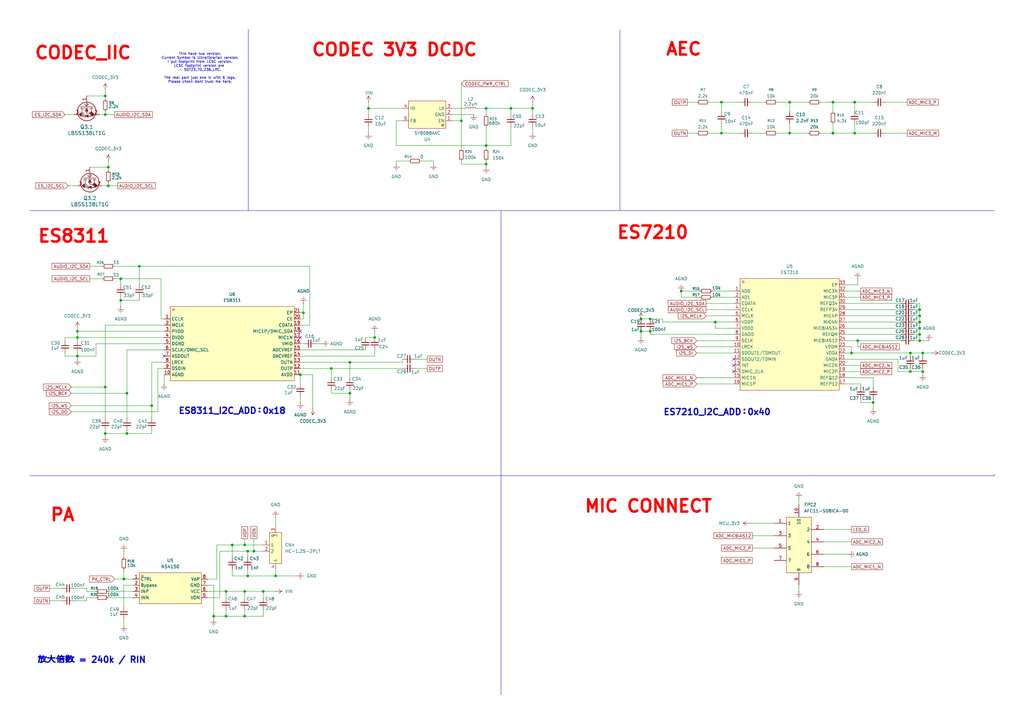
<source format=kicad_sch>
(kicad_sch (version 20250114) (generator "eeschema") (generator_version "9.0")
  (paper "A3")
  (title_block (title "codec"))
  (text "CODEC_IIC" (at 34.036 21.844 0) (effects (font (size 5.08 5.08) (thickness 1.016) (bold yes))))
  (text "放大倍数 = 240k / RIN" (at 37.592 270.764 0) (effects (font (size 2.54 2.54) (thickness 0.508) (bold yes))))
  (text "ES8311" (at 30.226 97.028 0) (effects (font (size 5.08 5.08) (thickness 1.016) (bold yes))))
  (text "ES7210" (at 267.716 95.504 0) (effects (font (size 5.08 5.08) (thickness 1.016) (bold yes))))
  (text "MIC CONNECT" (at 265.938 207.772 0) (effects (font (size 5.08 5.08) (thickness 1.016) (bold yes))))
  (text "PA" (at 25.654 211.328 0) (effects (font (size 5.08 5.08) (thickness 1.016) (bold yes))))
  (text "CODEC 3V3 DCDC" (at 161.798 20.574 0) (effects (font (size 5.08 5.08) (thickness 1.016) (bold yes))))
  (text "This have two version.\nCurrent Symbol is Ultralibrarian version.\nI put footprint from LCSC version.\nLCSC footprint version are \n- SOT23_TO_236_LRC.\n\nThe real part just one ic with 6 legs.\nPlease check dont trust me here." (at 82.042 27.94 0) (effects (font (size 1.016 1.016))))
  (text "ES7210_I2C_ADD：0x40" (at 294.132 169.164 0) (effects (font (size 2.54 2.54) (thickness 0.508) (bold yes))))
  (text "AEC" (at 280.416 20.32 0) (effects (font (size 5.08 5.08) (thickness 1.016) (bold yes))))
  (text "ES8311_I2C_ADD：0x18" (at 95.25 168.656 0) (effects (font (size 2.54 2.54) (thickness 0.508) (bold yes))))
  (junction (at 100.33 252.73))
  (junction (at 43.18 39.37))
  (junction (at 323.85 54.61))
  (junction (at 377.19 129.54))
  (junction (at 350.52 54.61))
  (junction (at 377.19 139.7))
  (junction (at 378.46 144.78))
  (junction (at 95.25 223.52))
  (junction (at 31.75 135.89))
  (junction (at 351.79 139.7))
  (junction (at 52.07 161.29))
  (junction (at 49.53 123.19))
  (junction (at 31.75 138.43))
  (junction (at 151.13 44.45))
  (junction (at 43.18 177.8))
  (junction (at 43.18 158.75))
  (junction (at 189.23 49.53))
  (junction (at 358.14 165.1))
  (junction (at 153.67 138.43))
  (junction (at 262.89 130.81))
  (junction (at 199.39 59.69))
  (junction (at 43.18 46.99))
  (junction (at 107.95 242.57))
  (junction (at 143.51 161.29))
  (junction (at 124.46 128.27))
  (junction (at 341.63 41.91))
  (junction (at 87.63 252.73))
  (junction (at 44.45 68.58))
  (junction (at 113.03 236.22))
  (junction (at 52.07 177.8))
  (junction (at 101.6 236.22))
  (junction (at 323.85 41.91))
  (junction (at 373.38 152.4))
  (junction (at 49.53 114.3))
  (junction (at 378.46 152.4))
  (junction (at 100.33 242.57))
  (junction (at 57.15 109.22))
  (junction (at 377.19 127))
  (junction (at 266.7 130.81))
  (junction (at 44.45 76.2))
  (junction (at 377.19 134.62))
  (junction (at 104.14 226.06))
  (junction (at 199.39 44.45))
  (junction (at 341.63 54.61))
  (junction (at 373.38 144.78))
  (junction (at 349.25 144.78))
  (junction (at 295.91 54.61))
  (junction (at 31.75 146.05))
  (junction (at 123.19 153.67))
  (junction (at 143.51 148.59))
  (junction (at 135.89 151.13))
  (junction (at 350.52 41.91))
  (junction (at 262.89 135.89))
  (junction (at 209.55 44.45))
  (junction (at 266.7 135.89))
  (junction (at 101.6 226.06))
  (junction (at 218.44 44.45))
  (junction (at 377.19 132.08))
  (junction (at 199.39 67.31))
  (junction (at 50.8 237.49))
  (junction (at 92.71 252.73))
  (junction (at 92.71 242.57))
  (junction (at 100.33 223.52))
  (junction (at 279.4 119.38))
  (junction (at 295.91 41.91))
  (junction (at 377.19 137.16))
  (junction (at 62.23 166.37))
  (junction (at 293.37 132.08))
  (no_connect (at 123.19 138.43))
  (no_connect (at 67.31 146.05))
  (no_connect (at 123.19 135.89))
  (no_connect (at 300.99 152.4))
  (no_connect (at 300.99 149.86))
  (no_connect (at 300.99 147.32))
  (wire (pts (xy 123.19 148.59) (xy 143.51 148.59)))
  (wire (pts (xy 195.58 44.45) (xy 199.39 44.45)))
  (wire (pts (xy 20.32 241.3) (xy 25.4 241.3)))
  (wire (pts (xy 199.39 59.69) (xy 209.55 59.69)))
  (wire (pts (xy 289.56 124.46) (xy 300.99 124.46)))
  (wire (pts (xy 46.99 114.3) (xy 49.53 114.3)))
  (wire (pts (xy 346.71 116.84) (xy 351.79 116.84)))
  (wire (pts (xy 31.75 135.89) (xy 31.75 138.43)))
  (wire (pts (xy 143.51 148.59) (xy 143.51 154.94)))
  (wire (pts (xy 90.17 226.06) (xy 101.6 226.06)))
  (wire (pts (xy 143.51 160.02) (xy 143.51 161.29)))
  (wire (pts (xy 26.67 139.7) (xy 26.67 138.43)))
  (wire (pts (xy 88.9 237.49) (xy 88.9 223.52)))
  (wire (pts (xy 300.99 137.16) (xy 266.7 137.16)))
  (wire (pts (xy 350.52 41.91) (xy 341.63 41.91)))
  (wire (pts (xy 189.23 49.53) (xy 189.23 60.96)))
  (wire (pts (xy 50.8 240.03) (xy 50.8 248.92)))
  (wire (pts (xy 135.89 160.02) (xy 135.89 161.29)))
  (wire (pts (xy 218.44 44.45) (xy 218.44 46.99)))
  (wire (pts (xy 373.38 151.13) (xy 373.38 152.4)))
  (wire (pts (xy 128.27 167.64) (xy 128.27 153.67)))
  (wire (pts (xy 95.25 223.52) (xy 100.33 223.52)))
  (wire (pts (xy 57.15 109.22) (xy 57.15 116.84)))
  (wire (pts (xy 199.39 59.69) (xy 199.39 60.96)))
  (wire (pts (xy 90.17 245.11) (xy 90.17 226.06)))
  (wire (pts (xy 87.63 240.03) (xy 87.63 252.73)))
  (wire (pts (xy 351.79 139.7) (xy 369.57 139.7)))
  (wire (pts (xy 295.91 54.61) (xy 303.53 54.61)))
  (wire (pts (xy 107.95 252.73) (xy 100.33 252.73)))
  (wire (pts (xy 363.22 54.61) (xy 372.11 54.61)))
  (wire (pts (xy 127 133.35) (xy 123.19 133.35)))
  (wire (pts (xy 165.1 148.59) (xy 165.1 147.32)))
  (wire (pts (xy 374.65 134.62) (xy 377.19 134.62)))
  (wire (pts (xy 318.77 54.61) (xy 323.85 54.61)))
  (wire (pts (xy 281.94 41.91) (xy 285.75 41.91)))
  (wire (pts (xy 92.71 252.73) (xy 92.71 250.19)))
  (wire (pts (xy 31.75 144.78) (xy 31.75 146.05)))
  (wire (pts (xy 295.91 41.91) (xy 295.91 45.72)))
  (wire (pts (xy 377.19 139.7) (xy 381 139.7)))
  (wire (pts (xy 189.23 66.04) (xy 189.23 67.31)))
  (wire (pts (xy 107.95 250.19) (xy 107.95 252.73)))
  (wire (pts (xy 67.31 143.51) (xy 52.07 143.51)))
  (wire (pts (xy 52.07 177.8) (xy 43.18 177.8)))
  (wire (pts (xy 377.19 129.54) (xy 377.19 127)))
  (wire (pts (xy 346.71 132.08) (xy 369.57 132.08)))
  (wire (pts (xy 123.19 140.97) (xy 124.46 140.97)))
  (wire (pts (xy 289.56 129.54) (xy 300.99 129.54)))
  (wire (pts (xy 373.38 144.78) (xy 373.38 146.05)))
  (wire (pts (xy 44.45 245.11) (xy 54.61 245.11)))
  (wire (pts (xy 287.02 121.92) (xy 279.4 121.92)))
  (wire (pts (xy 35.56 246.38) (xy 35.56 245.11)))
  (polyline (pts (xy 101.854 11.938) (xy 101.854 86.36)))
  (wire (pts (xy 44.45 66.04) (xy 44.45 68.58)))
  (wire (pts (xy 151.13 44.45) (xy 165.1 44.45)))
  (wire (pts (xy 35.56 245.11) (xy 39.37 245.11)))
  (wire (pts (xy 43.18 133.35) (xy 43.18 158.75)))
  (wire (pts (xy 135.89 161.29) (xy 143.51 161.29)))
  (wire (pts (xy 271.78 132.08) (xy 271.78 130.81)))
  (wire (pts (xy 26.67 138.43) (xy 31.75 138.43)))
  (wire (pts (xy 151.13 44.45) (xy 151.13 46.99)))
  (wire (pts (xy 199.39 52.07) (xy 199.39 59.69)))
  (wire (pts (xy 374.65 129.54) (xy 377.19 129.54)))
  (wire (pts (xy 35.56 242.57) (xy 39.37 242.57)))
  (wire (pts (xy 170.18 151.13) (xy 175.26 151.13)))
  (wire (pts (xy 295.91 41.91) (xy 303.53 41.91)))
  (wire (pts (xy 29.21 161.29) (xy 52.07 161.29)))
  (wire (pts (xy 27.94 76.2) (xy 31.75 76.2)))
  (wire (pts (xy 285.75 139.7) (xy 300.99 139.7)))
  (wire (pts (xy 43.18 39.37) (xy 43.18 40.64)))
  (wire (pts (xy 346.71 134.62) (xy 369.57 134.62)))
  (wire (pts (xy 87.63 252.73) (xy 87.63 254)))
  (wire (pts (xy 85.09 242.57) (xy 92.71 242.57)))
  (wire (pts (xy 135.89 151.13) (xy 165.1 151.13)))
  (wire (pts (xy 209.55 44.45) (xy 209.55 46.99)))
  (wire (pts (xy 124.46 128.27) (xy 124.46 124.46)))
  (wire (pts (xy 35.56 39.37) (xy 43.18 39.37)))
  (wire (pts (xy 31.75 134.62) (xy 31.75 135.89)))
  (wire (pts (xy 353.06 163.83) (xy 353.06 165.1)))
  (wire (pts (xy 346.71 129.54) (xy 369.57 129.54)))
  (wire (pts (xy 123.19 146.05) (xy 153.67 146.05)))
  (wire (pts (xy 128.27 153.67) (xy 123.19 153.67)))
  (wire (pts (xy 289.56 127) (xy 300.99 127)))
  (wire (pts (xy 85.09 245.11) (xy 90.17 245.11)))
  (wire (pts (xy 327.66 240.03) (xy 327.66 242.57)))
  (wire (pts (xy 377.19 134.62) (xy 377.19 132.08)))
  (wire (pts (xy 31.75 138.43) (xy 67.31 138.43)))
  (wire (pts (xy 46.99 109.22) (xy 57.15 109.22)))
  (wire (pts (xy 54.61 240.03) (xy 50.8 240.03)))
  (wire (pts (xy 185.42 44.45) (xy 190.5 44.45)))
  (wire (pts (xy 67.31 133.35) (xy 43.18 133.35)))
  (wire (pts (xy 262.89 138.43) (xy 262.89 135.89)))
  (wire (pts (xy 101.6 236.22) (xy 113.03 236.22)))
  (wire (pts (xy 29.21 158.75) (xy 43.18 158.75)))
  (wire (pts (xy 293.37 132.08) (xy 271.78 132.08)))
  (wire (pts (xy 20.32 246.38) (xy 25.4 246.38)))
  (wire (pts (xy 308.61 219.71) (xy 317.5 219.71)))
  (wire (pts (xy 100.33 242.57) (xy 107.95 242.57)))
  (wire (pts (xy 346.71 152.4) (xy 353.06 152.4)))
  (wire (pts (xy 26.67 144.78) (xy 26.67 146.05)))
  (wire (pts (xy 209.55 59.69) (xy 209.55 52.07)))
  (wire (pts (xy 88.9 223.52) (xy 95.25 223.52)))
  (wire (pts (xy 308.61 41.91) (xy 313.69 41.91)))
  (wire (pts (xy 308.61 224.79) (xy 317.5 224.79)))
  (wire (pts (xy 62.23 176.53) (xy 62.23 177.8)))
  (wire (pts (xy 100.33 242.57) (xy 100.33 245.11)))
  (wire (pts (xy 92.71 242.57) (xy 92.71 245.11)))
  (wire (pts (xy 341.63 41.91) (xy 341.63 45.72)))
  (wire (pts (xy 100.33 220.98) (xy 100.33 223.52)))
  (wire (pts (xy 374.65 139.7) (xy 377.19 139.7)))
  (wire (pts (xy 64.77 168.91) (xy 29.21 168.91)))
  (wire (pts (xy 377.19 132.08) (xy 377.19 129.54)))
  (wire (pts (xy 323.85 54.61) (xy 331.47 54.61)))
  (wire (pts (xy 36.83 109.22) (xy 41.91 109.22)))
  (wire (pts (xy 363.22 41.91) (xy 372.11 41.91)))
  (wire (pts (xy 346.71 147.32) (xy 368.3 147.32)))
  (wire (pts (xy 378.46 144.78) (xy 378.46 146.05)))
  (wire (pts (xy 199.39 66.04) (xy 199.39 67.31)))
  (wire (pts (xy 57.15 109.22) (xy 127 109.22)))
  (wire (pts (xy 113.03 212.09) (xy 113.03 215.9)))
  (wire (pts (xy 279.4 119.38) (xy 287.02 119.38)))
  (wire (pts (xy 172.72 66.04) (xy 177.8 66.04)))
  (wire (pts (xy 285.75 142.24) (xy 300.99 142.24)))
  (wire (pts (xy 43.18 46.99) (xy 46.99 46.99)))
  (wire (pts (xy 49.53 123.19) (xy 49.53 125.73)))
  (wire (pts (xy 162.56 66.04) (xy 167.64 66.04)))
  (wire (pts (xy 337.82 227.33) (xy 347.98 227.33)))
  (wire (pts (xy 266.7 137.16) (xy 266.7 135.89)))
  (wire (pts (xy 350.52 54.61) (xy 341.63 54.61)))
  (wire (pts (xy 113.03 236.22) (xy 121.92 236.22)))
  (wire (pts (xy 300.99 132.08) (xy 293.37 132.08)))
  (wire (pts (xy 293.37 134.62) (xy 293.37 132.08)))
  (wire (pts (xy 151.13 41.91) (xy 151.13 44.45)))
  (wire (pts (xy 107.95 242.57) (xy 107.95 245.11)))
  (wire (pts (xy 123.19 153.67) (xy 123.19 157.48)))
  (wire (pts (xy 135.89 154.94) (xy 135.89 151.13)))
  (wire (pts (xy 262.89 135.89) (xy 266.7 135.89)))
  (wire (pts (xy 337.82 222.25) (xy 349.25 222.25)))
  (wire (pts (xy 165.1 49.53) (xy 162.56 49.53)))
  (wire (pts (xy 350.52 45.72) (xy 350.52 41.91)))
  (wire (pts (xy 189.23 49.53) (xy 185.42 49.53)))
  (wire (pts (xy 346.71 124.46) (xy 369.57 124.46)))
  (wire (pts (xy 346.71 157.48) (xy 353.06 157.48)))
  (wire (pts (xy 378.46 151.13) (xy 378.46 152.4)))
  (polyline (pts (xy 12.192 195.072) (xy 407.924 195.072)))
  (wire (pts (xy 151.13 52.07) (xy 151.13 54.61)))
  (wire (pts (xy 85.09 240.03) (xy 87.63 240.03)))
  (wire (pts (xy 318.77 41.91) (xy 323.85 41.91)))
  (wire (pts (xy 67.31 148.59) (xy 62.23 148.59)))
  (wire (pts (xy 218.44 44.45) (xy 218.44 41.91)))
  (wire (pts (xy 323.85 41.91) (xy 323.85 45.72)))
  (wire (pts (xy 87.63 252.73) (xy 92.71 252.73)))
  (wire (pts (xy 300.99 134.62) (xy 293.37 134.62)))
  (wire (pts (xy 189.23 67.31) (xy 199.39 67.31)))
  (wire (pts (xy 349.25 144.78) (xy 373.38 144.78)))
  (wire (pts (xy 353.06 157.48) (xy 353.06 158.75)))
  (wire (pts (xy 337.82 217.17) (xy 349.25 217.17)))
  (wire (pts (xy 162.56 49.53) (xy 162.56 59.69)))
  (wire (pts (xy 350.52 50.8) (xy 350.52 54.61)))
  (wire (pts (xy 323.85 41.91) (xy 331.47 41.91)))
  (wire (pts (xy 50.8 226.06) (xy 50.8 228.6)))
  (wire (pts (xy 377.19 124.46) (xy 377.19 127)))
  (wire (pts (xy 271.78 130.81) (xy 266.7 130.81)))
  (wire (pts (xy 353.06 165.1) (xy 358.14 165.1)))
  (wire (pts (xy 143.51 161.29) (xy 143.51 163.83)))
  (wire (pts (xy 49.53 114.3) (xy 49.53 116.84)))
  (wire (pts (xy 162.56 67.31) (xy 162.56 66.04)))
  (wire (pts (xy 290.83 54.61) (xy 295.91 54.61)))
  (wire (pts (xy 285.75 154.94) (xy 300.99 154.94)))
  (wire (pts (xy 377.19 137.16) (xy 377.19 134.62)))
  (wire (pts (xy 26.67 146.05) (xy 31.75 146.05)))
  (wire (pts (xy 29.21 166.37) (xy 62.23 166.37)))
  (wire (pts (xy 199.39 44.45) (xy 199.39 46.99)))
  (wire (pts (xy 358.14 165.1) (xy 358.14 167.64)))
  (wire (pts (xy 113.03 233.68) (xy 113.03 236.22)))
  (wire (pts (xy 49.53 121.92) (xy 49.53 123.19)))
  (wire (pts (xy 35.56 241.3) (xy 35.56 242.57)))
  (wire (pts (xy 44.45 242.57) (xy 54.61 242.57)))
  (wire (pts (xy 49.53 114.3) (xy 66.04 114.3)))
  (wire (pts (xy 368.3 147.32) (xy 368.3 152.4)))
  (wire (pts (xy 92.71 242.57) (xy 100.33 242.57)))
  (wire (pts (xy 292.1 121.92) (xy 300.99 121.92)))
  (wire (pts (xy 44.45 74.93) (xy 44.45 76.2)))
  (wire (pts (xy 199.39 44.45) (xy 209.55 44.45)))
  (wire (pts (xy 327.66 204.47) (xy 327.66 207.01)))
  (wire (pts (xy 153.67 135.89) (xy 153.67 138.43)))
  (wire (pts (xy 36.83 68.58) (xy 44.45 68.58)))
  (wire (pts (xy 43.18 45.72) (xy 43.18 46.99)))
  (wire (pts (xy 153.67 146.05) (xy 153.67 143.51)))
  (polyline (pts (xy 254.254 12.192) (xy 254.254 86.36)))
  (wire (pts (xy 52.07 161.29) (xy 52.07 171.45)))
  (wire (pts (xy 373.38 152.4) (xy 378.46 152.4)))
  (wire (pts (xy 307.34 214.63) (xy 317.5 214.63)))
  (wire (pts (xy 346.71 149.86) (xy 353.06 149.86)))
  (wire (pts (xy 358.14 154.94) (xy 358.14 158.75)))
  (wire (pts (xy 64.77 151.13) (xy 64.77 168.91)))
  (wire (pts (xy 95.25 236.22) (xy 101.6 236.22)))
  (wire (pts (xy 177.8 66.04) (xy 177.8 67.31)))
  (wire (pts (xy 346.71 154.94) (xy 358.14 154.94)))
  (wire (pts (xy 292.1 119.38) (xy 300.99 119.38)))
  (wire (pts (xy 374.65 124.46) (xy 377.19 124.46)))
  (wire (pts (xy 95.25 223.52) (xy 95.25 228.6)))
  (wire (pts (xy 127 109.22) (xy 127 133.35)))
  (wire (pts (xy 107.95 242.57) (xy 113.03 242.57)))
  (wire (pts (xy 31.75 146.05) (xy 31.75 147.32)))
  (wire (pts (xy 49.53 123.19) (xy 57.15 123.19)))
  (wire (pts (xy 350.52 54.61) (xy 358.14 54.61)))
  (wire (pts (xy 39.37 140.97) (xy 39.37 146.05)))
  (wire (pts (xy 50.8 233.68) (xy 50.8 237.49)))
  (wire (pts (xy 346.71 127) (xy 369.57 127)))
  (wire (pts (xy 43.18 176.53) (xy 43.18 177.8)))
  (wire (pts (xy 40.64 46.99) (xy 43.18 46.99)))
  (wire (pts (xy 62.23 166.37) (xy 62.23 171.45)))
  (wire (pts (xy 104.14 220.98) (xy 104.14 226.06)))
  (wire (pts (xy 374.65 132.08) (xy 377.19 132.08)))
  (polyline (pts (xy 407.924 194.564) (xy 407.924 195.072)))
  (wire (pts (xy 346.71 119.38) (xy 353.06 119.38)))
  (wire (pts (xy 209.55 44.45) (xy 218.44 44.45)))
  (wire (pts (xy 285.75 157.48) (xy 300.99 157.48)))
  (wire (pts (xy 262.89 130.81) (xy 266.7 130.81)))
  (wire (pts (xy 67.31 151.13) (xy 64.77 151.13)))
  (wire (pts (xy 50.8 254) (xy 50.8 256.54)))
  (wire (pts (xy 346.71 137.16) (xy 369.57 137.16)))
  (wire (pts (xy 135.89 151.13) (xy 123.19 151.13)))
  (wire (pts (xy 162.56 59.69) (xy 199.39 59.69)))
  (wire (pts (xy 52.07 176.53) (xy 52.07 177.8)))
  (wire (pts (xy 67.31 140.97) (xy 39.37 140.97)))
  (wire (pts (xy 43.18 158.75) (xy 43.18 171.45)))
  (wire (pts (xy 52.07 143.51) (xy 52.07 161.29)))
  (wire (pts (xy 377.19 139.7) (xy 377.19 137.16)))
  (wire (pts (xy 123.19 162.56) (xy 123.19 165.1)))
  (wire (pts (xy 85.09 237.49) (xy 88.9 237.49)))
  (wire (pts (xy 123.19 130.81) (xy 124.46 130.81)))
  (wire (pts (xy 170.18 147.32) (xy 175.26 147.32)))
  (wire (pts (xy 373.38 144.78) (xy 378.46 144.78)))
  (wire (pts (xy 189.23 34.29) (xy 189.23 49.53)))
  (polyline (pts (xy 12.192 86.36) (xy 407.924 86.36)))
  (wire (pts (xy 30.48 241.3) (xy 35.56 241.3)))
  (wire (pts (xy 290.83 41.91) (xy 295.91 41.91)))
  (wire (pts (xy 101.6 233.68) (xy 101.6 236.22)))
  (wire (pts (xy 358.14 165.1) (xy 358.14 163.83)))
  (wire (pts (xy 336.55 41.91) (xy 341.63 41.91)))
  (wire (pts (xy 95.25 233.68) (xy 95.25 236.22)))
  (wire (pts (xy 149.86 138.43) (xy 153.67 138.43)))
  (wire (pts (xy 337.82 232.41) (xy 349.25 232.41)))
  (wire (pts (xy 30.48 246.38) (xy 35.56 246.38)))
  (wire (pts (xy 351.79 116.84) (xy 351.79 114.3)))
  (wire (pts (xy 185.42 46.99) (xy 194.31 46.99)))
  (wire (pts (xy 100.33 252.73) (xy 92.71 252.73)))
  (wire (pts (xy 101.6 226.06) (xy 101.6 228.6)))
  (wire (pts (xy 66.04 114.3) (xy 66.04 130.81)))
  (wire (pts (xy 123.19 143.51) (xy 149.86 143.51)))
  (wire (pts (xy 378.46 144.78) (xy 382.27 144.78)))
  (wire (pts (xy 100.33 223.52) (xy 107.95 223.52)))
  (wire (pts (xy 129.54 140.97) (xy 132.08 140.97)))
  (wire (pts (xy 41.91 76.2) (xy 44.45 76.2)))
  (wire (pts (xy 295.91 50.8) (xy 295.91 54.61)))
  (wire (pts (xy 123.19 128.27) (xy 124.46 128.27)))
  (polyline (pts (xy 205.486 86.614) (xy 205.486 284.988)))
  (wire (pts (xy 346.71 121.92) (xy 353.06 121.92)))
  (wire (pts (xy 349.25 144.78) (xy 349.25 142.24)))
  (wire (pts (xy 336.55 54.61) (xy 341.63 54.61)))
  (wire (pts (xy 351.79 142.24) (xy 351.79 139.7)))
  (wire (pts (xy 377.19 127) (xy 374.65 127)))
  (wire (pts (xy 143.51 148.59) (xy 165.1 148.59)))
  (wire (pts (xy 44.45 76.2) (xy 48.26 76.2)))
  (wire (pts (xy 66.04 130.81) (xy 67.31 130.81)))
  (wire (pts (xy 281.94 54.61) (xy 285.75 54.61)))
  (wire (pts (xy 374.65 137.16) (xy 377.19 137.16)))
  (wire (pts (xy 124.46 130.81) (xy 124.46 128.27)))
  (wire (pts (xy 199.39 67.31) (xy 199.39 68.58)))
  (wire (pts (xy 62.23 148.59) (xy 62.23 166.37)))
  (wire (pts (xy 378.46 152.4) (xy 378.46 153.67)))
  (wire (pts (xy 31.75 138.43) (xy 31.75 139.7)))
  (wire (pts (xy 368.3 152.4) (xy 373.38 152.4)))
  (wire (pts (xy 39.37 146.05) (xy 31.75 146.05)))
  (wire (pts (xy 346.71 144.78) (xy 349.25 144.78)))
  (wire (pts (xy 349.25 142.24) (xy 346.71 142.24)))
  (wire (pts (xy 285.75 144.78) (xy 300.99 144.78)))
  (wire (pts (xy 31.75 135.89) (xy 67.31 135.89)))
  (wire (pts (xy 57.15 123.19) (xy 57.15 121.92)))
  (wire (pts (xy 279.4 121.92) (xy 279.4 119.38)))
  (wire (pts (xy 67.31 153.67) (xy 67.31 157.48)))
  (wire (pts (xy 104.14 226.06) (xy 107.95 226.06)))
  (wire (pts (xy 43.18 36.83) (xy 43.18 39.37)))
  (wire (pts (xy 36.83 114.3) (xy 41.91 114.3)))
  (wire (pts (xy 50.8 237.49) (xy 54.61 237.49)))
  (wire (pts (xy 62.23 177.8) (xy 52.07 177.8)))
  (wire (pts (xy 323.85 54.61) (xy 323.85 50.8)))
  (wire (pts (xy 353.06 142.24) (xy 351.79 142.24)))
  (wire (pts (xy 350.52 41.91) (xy 358.14 41.91)))
  (wire (pts (xy 346.71 139.7) (xy 351.79 139.7)))
  (wire (pts (xy 308.61 54.61) (xy 313.69 54.61)))
  (wire (pts (xy 341.63 54.61) (xy 341.63 50.8)))
  (wire (pts (xy 101.6 226.06) (xy 104.14 226.06)))
  (wire (pts (xy 44.45 68.58) (xy 44.45 69.85)))
  (wire (pts (xy 46.99 237.49) (xy 50.8 237.49)))
  (wire (pts (xy 218.44 52.07) (xy 218.44 54.61)))
  (wire (pts (xy 43.18 177.8) (xy 43.18 179.07)))
  (wire (pts (xy 100.33 250.19) (xy 100.33 252.73)))
  (wire (pts (xy 26.67 46.99) (xy 30.48 46.99)))
  (global_label "ADC_MIC3_P" (shape passive) (at 353.06 121.92 0) (property "Intersheetrefs" "${INTERSHEET_REFS}" (effects (hide yes))))
  (global_label "LED_G" (shape passive) (at 349.25 217.17 0) (property "Intersheetrefs" "${INTERSHEET_REFS}" (effects (hide yes))))
  (global_label "AUDIO_I2C_SCL" (shape passive) (at 289.56 127 180) (property "Intersheetrefs" "${INTERSHEET_REFS}" (effects (hide yes))))
  (global_label "I2S_DO" (shape input) (at 29.21 168.91 180) (property "Intersheetrefs" "${INTERSHEET_REFS}" (effects (hide yes))))
  (global_label "OUTN" (shape passive) (at 281.94 54.61 180) (property "Intersheetrefs" "${INTERSHEET_REFS}" (effects (hide yes))))
  (global_label "ADC_MICBIAS12" (shape passive) (at 353.06 142.24 0) (property "Intersheetrefs" "${INTERSHEET_REFS}" (effects (hide yes))))
  (global_label "ES_I2C_SCL" (shape input) (at 27.94 76.2 180) (property "Intersheetrefs" "${INTERSHEET_REFS}" (effects (hide yes))))
  (global_label "OUTP" (shape passive) (at 175.26 151.13 0) (property "Intersheetrefs" "${INTERSHEET_REFS}" (effects (hide yes))))
  (global_label "ADC_MIC1_P" (shape input) (at 285.75 157.48 180) (property "Intersheetrefs" "${INTERSHEET_REFS}" (effects (hide yes))))
  (global_label "OUTN" (shape passive) (at 175.26 147.32 0) (property "Intersheetrefs" "${INTERSHEET_REFS}" (effects (hide yes))))
  (global_label "ADC_MIC3_M" (shape passive) (at 372.11 54.61 0) (property "Intersheetrefs" "${INTERSHEET_REFS}" (effects (hide yes))))
  (global_label "VON" (shape passive) (at 104.14 220.98 90) (property "Intersheetrefs" "${INTERSHEET_REFS}" (effects (hide yes))))
  (global_label "OUTP" (shape passive) (at 20.32 241.3 180) (property "Intersheetrefs" "${INTERSHEET_REFS}" (effects (hide yes))))
  (global_label "ADC_MIC2_P" (shape passive) (at 353.06 152.4 0) (property "Intersheetrefs" "${INTERSHEET_REFS}" (effects (hide yes))))
  (global_label "ADC_MIC2_N" (shape passive) (at 349.25 222.25 0) (property "Intersheetrefs" "${INTERSHEET_REFS}" (effects (hide yes))))
  (global_label "AUDIO_I2C_SCL" (shape passive) (at 36.83 114.3 180) (property "Intersheetrefs" "${INTERSHEET_REFS}" (effects (hide yes))))
  (global_label "ADC_MIC2_P" (shape passive) (at 308.61 224.79 180) (property "Intersheetrefs" "${INTERSHEET_REFS}" (effects (hide yes))))
  (global_label "I2S_BCK" (shape input) (at 29.21 161.29 180) (property "Intersheetrefs" "${INTERSHEET_REFS}" (effects (hide yes))))
  (global_label "I2S_WS" (shape input) (at 285.75 142.24 180) (property "Intersheetrefs" "${INTERSHEET_REFS}" (effects (hide yes))))
  (global_label "ADC_MIC1_N" (shape input) (at 285.75 154.94 180) (property "Intersheetrefs" "${INTERSHEET_REFS}" (effects (hide yes))))
  (global_label "ADC_MIC1_P" (shape passive) (at 308.61 229.87 180) (property "Intersheetrefs" "${INTERSHEET_REFS}" (effects (hide yes))))
  (global_label "ADC_MICBIAS12" (shape passive) (at 308.61 219.71 180) (property "Intersheetrefs" "${INTERSHEET_REFS}" (effects (hide yes))))
  (global_label "ES_I2C_SDA" (shape input) (at 26.67 46.99 180) (property "Intersheetrefs" "${INTERSHEET_REFS}" (effects (hide yes))))
  (global_label "ADC_MIC3_P" (shape passive) (at 372.11 41.91 0) (property "Intersheetrefs" "${INTERSHEET_REFS}" (effects (hide yes))))
  (global_label "ADC_MIC1_N" (shape passive) (at 349.25 232.41 0) (property "Intersheetrefs" "${INTERSHEET_REFS}" (effects (hide yes))))
  (global_label "AUDIO_I2C_SDA" (shape passive) (at 289.56 124.46 180) (property "Intersheetrefs" "${INTERSHEET_REFS}" (effects (hide yes))))
  (global_label "OUTN" (shape passive) (at 20.32 246.38 180) (property "Intersheetrefs" "${INTERSHEET_REFS}" (effects (hide yes))))
  (global_label "PA_CTRL" (shape input) (at 46.99 237.49 180) (property "Intersheetrefs" "${INTERSHEET_REFS}" (effects (hide yes))))
  (global_label "I2S_MCLK" (shape input) (at 289.56 129.54 180) (property "Intersheetrefs" "${INTERSHEET_REFS}" (effects (hide yes))))
  (global_label "I2S_DI" (shape input) (at 285.75 144.78 180) (property "Intersheetrefs" "${INTERSHEET_REFS}" (effects (hide yes))))
  (global_label "OUTP" (shape passive) (at 281.94 41.91 180) (property "Intersheetrefs" "${INTERSHEET_REFS}" (effects (hide yes))))
  (global_label "CODEC_PWR_CTRL" (shape input) (at 189.23 34.29 0) (property "Intersheetrefs" "${INTERSHEET_REFS}" (effects (hide yes))))
  (global_label "ADC_MIC2_N" (shape passive) (at 353.06 149.86 0) (property "Intersheetrefs" "${INTERSHEET_REFS}" (effects (hide yes))))
  (global_label "AUDIO_I2C_SCL" (shape passive) (at 48.26 76.2 0) (property "Intersheetrefs" "${INTERSHEET_REFS}" (effects (hide yes))))
  (global_label "AUDIO_I2C_SDA" (shape passive) (at 36.83 109.22 180) (property "Intersheetrefs" "${INTERSHEET_REFS}" (effects (hide yes))))
  (global_label "ADC_MIC3_N" (shape passive) (at 353.06 119.38 0) (property "Intersheetrefs" "${INTERSHEET_REFS}" (effects (hide yes))))
  (global_label "I2S_MCLK" (shape input) (at 29.21 158.75 180) (property "Intersheetrefs" "${INTERSHEET_REFS}" (effects (hide yes))))
  (global_label "AUDIO_I2C_SDA" (shape passive) (at 46.99 46.99 0) (property "Intersheetrefs" "${INTERSHEET_REFS}" (effects (hide yes))))
  (global_label "I2S_BCK" (shape input) (at 285.75 139.7 180) (property "Intersheetrefs" "${INTERSHEET_REFS}" (effects (hide yes))))
  (global_label "VOP" (shape passive) (at 100.33 220.98 90) (property "Intersheetrefs" "${INTERSHEET_REFS}" (effects (hide yes))))
  (global_label "I2S_WS" (shape input) (at 29.21 166.37 180) (property "Intersheetrefs" "${INTERSHEET_REFS}" (effects (hide yes))))
  (symbol (lib_id "power:VDD") (at 262.89 130.81 0) (unit 1)
    (property "Reference" "#PWR079" (effects (hide yes)))
    (property "Value" "CODEC_3V3" (at 262.89 127.254 0))
    (property "Description" "Power symbol creates a global label with name \"VDD\"" (effects (hide yes)))
  )
  (symbol (lib_id "power:Earth") (at 347.98 227.33 90) (mirror x) (unit 1)
    (property "Reference" "#PWR089" (effects (hide yes)))
    (property "Value" "AGND" (at 351.028 227.33 90) (effects (justify right)))
    (property "Description" "Power symbol creates a global label with name \"Earth\"" (effects (hide yes)))
  )
  (symbol (lib_id "power:VDD") (at 113.03 242.57 270) (unit 1)
    (property "Reference" "#PWR074" (effects (hide yes)))
    (property "Value" "VIN" (at 116.84 242.5699 90) (effects (justify left)))
    (property "Description" "Power symbol creates a global label with name \"VDD\"" (effects (hide yes)))
  )
  (symbol (lib_id "Device:R_Small") (at 44.45 114.3 90) (unit 1)
    (property "Reference" "R27" (at 41.402 112.522 90) (effects (font (size 1.016 1.016))))
    (property "Value" "33" (at 47.498 112.776 90))
    (property "Description" "Resistor, small symbol" (effects (hide yes)))
  )
  (symbol (lib_id "Device:R_Small") (at 199.39 49.53 0) (unit 1)
    (property "Reference" "R23" (at 200.66 48.768 0) (effects (font (size 1.016 1.016)) (justify left)))
    (property "Value" "680k" (at 200.406 50.546 0) (effects (justify left)))
    (property "Description" "Resistor, small symbol" (effects (hide yes)))
  )
  (symbol (lib_id "power:Earth") (at 87.63 254 0) (mirror y) (unit 1)
    (property "Reference" "#PWR075" (effects (hide yes)))
    (property "Value" "GND" (at 87.63 259.08 0))
    (property "Description" "Power symbol creates a global label with name \"Earth\"" (effects (hide yes)))
  )
  (symbol (lib_id "SY8088AAC:SY8088AAC") (at 175.26 46.99 180) (unit 1)
    (property "Reference" "U4" (at 175.26 57.15 0))
    (property "Value" "SY8088AAC" (at 175.26 54.61 0))
    (property "Footprint" "echoEarCustomFootprint:SY8088AAC_SOT-23-5_L3.0-W1.7-P0.95-LS2.8-BR" (effects (hide yes)))
    (property "Datasheet" "https://lcsc.com/product-detail/DC-DC-Converters_Silergy_SY8088AAC_SY8088AAC_C79313.html" (effects (hide yes)))
    (property "LCSC Part" "C79313" (effects (hide yes)))
  )
  (symbol (lib_id "Device:R_Small") (at 44.45 72.39 0) (unit 1)
    (property "Reference" "R15" (at 45.974 71.374 0) (effects (font (size 1.016 1.016)) (justify left)))
    (property "Value" "2.2k" (at 45.72 72.898 0) (effects (justify left)))
    (property "Description" "Resistor, small symbol" (effects (hide yes)))
  )
  (symbol (lib_id "Device:C_Small") (at 372.11 134.62 90) (unit 1)
    (property "Reference" "C23" (at 371.094 133.35 90) (effects (justify left)))
    (property "Value" "1uF" (at 376.682 133.35 90) (effects (justify left)))
    (property "Description" "Unpolarized capacitor, small symbol" (effects (hide yes)))
  )
  (symbol (lib_id "Device:R_Small") (at 170.18 66.04 90) (unit 1)
    (property "Reference" "R14" (at 167.386 64.262 90) (effects (font (size 1.016 1.016))))
    (property "Value" "0" (at 172.974 64.262 90))
    (property "Description" "Resistor, small symbol" (effects (hide yes)))
  )
  (symbol (lib_id "Device:C_Small") (at 218.44 49.53 0) (unit 1)
    (property "Reference" "C13" (at 219.456 47.752 0) (effects (justify left)))
    (property "Value" "10uF" (at 219.202 51.308 0) (effects (justify left)))
    (property "Description" "Unpolarized capacitor, small symbol" (effects (hide yes)))
  )
  (symbol (lib_id "LBSS135DW1T1G_2:LBSS138LT1G") (at 35.56 39.37 90) (mirror x) (unit 1)
    (property "Reference" "Q3.1" (at 35.56 52.07 90) (effects (font (size 1.524 1.524))))
    (property "Value" "LBSS138LT1G" (at 35.56 54.61 90) (effects (font (size 1.524 1.524))))
    (property "Footprint" "echoEarCustomFootprint:LBSS138LT1G_SC-88-6_L2.0-W1.3-P0.65-LS2.1-BL" (effects (hide yes)))
    (property "Datasheet" "LBSS138LT1G" (effects (hide yes)))
  )
  (symbol (lib_id "Device:C_Small") (at 95.25 231.14 0) (unit 1)
    (property "Reference" "C42" (at 96.012 229.108 0) (effects (justify left)))
    (property "Value" "1nF" (at 96.266 232.918 0) (effects (justify left)))
    (property "Description" "Unpolarized capacitor, small symbol" (effects (hide yes)))
  )
  (symbol (lib_id "power:Earth") (at 279.4 119.38 0) (mirror x) (unit 1)
    (property "Reference" "#PWR078" (effects (hide yes)))
    (property "Value" "AGND" (at 279.4 114.3 0))
    (property "Description" "Power symbol creates a global label with name \"Earth\"" (effects (hide yes)))
  )
  (symbol (lib_id "power:VDD") (at 44.45 66.04 0) (unit 1)
    (property "Reference" "#PWR052" (effects (hide yes)))
    (property "Value" "CODEC_3V3" (at 44.45 60.96 0))
    (property "Description" "Power symbol creates a global label with name \"VDD\"" (effects (hide yes)))
  )
  (symbol (lib_id "Device:C_Small") (at 373.38 148.59 180) (unit 1)
    (property "Reference" "C35" (at 372.618 150.622 0) (effects (justify left)))
    (property "Value" "1uF" (at 372.364 146.812 0) (effects (justify left)))
    (property "Description" "Unpolarized capacitor, small symbol" (effects (hide yes)))
  )
  (symbol (lib_id "power:Earth") (at 67.31 157.48 0) (mirror y) (unit 1)
    (property "Reference" "#PWR067" (effects (hide yes)))
    (property "Value" "AGND" (at 67.31 162.56 0))
    (property "Description" "Power symbol creates a global label with name \"Earth\"" (effects (hide yes)))
  )
  (symbol (lib_id "AFC11-S08ICA-00:AFC11-S08ICA-00") (at 327.66 223.52 0) (unit 1)
    (property "Reference" "FPC2" (at 329.8033 207.01 0) (effects (justify left)))
    (property "Value" "AFC11-S08ICA-00" (at 329.8033 209.55 0) (effects (justify left)))
    (property "Footprint" "easyeda2kicad:CONN-TH-8P_AFC11-S08ICA-00" (effects (hide yes)))
    (property "Datasheet" "https://lcsc.com/product-detail/Others_JUSHUO-AFC11-S8ICA-00_C262497.html" (effects (hide yes)))
    (property "LCSC Part" "C262497" (effects (hide yes)))
  )
  (symbol (lib_id "power:Earth") (at 351.79 114.3 0) (mirror x) (unit 1)
    (property "Reference" "#PWR081" (effects (hide yes)))
    (property "Value" "AGND" (at 351.79 109.22 0))
    (property "Description" "Power symbol creates a global label with name \"Earth\"" (effects (hide yes)))
  )
  (symbol (lib_id "power:Earth") (at 113.03 212.09 0) (mirror x) (unit 1)
    (property "Reference" "#PWR076" (effects (hide yes)))
    (property "Value" "GND" (at 113.03 207.01 0))
    (property "Description" "Power symbol creates a global label with name \"Earth\"" (effects (hide yes)))
  )
  (symbol (lib_id "Device:C_Small") (at 353.06 161.29 180) (unit 1)
    (property "Reference" "C37" (at 352.298 163.322 0) (effects (justify left)))
    (property "Value" "1uF" (at 352.044 159.512 0) (effects (justify left)))
    (property "Description" "Unpolarized capacitor, small symbol" (effects (hide yes)))
  )
  (symbol (lib_id "Device:C_Small") (at 149.86 140.97 180) (unit 1)
    (property "Reference" "C25" (at 149.352 142.748 0) (effects (justify left)))
    (property "Value" "1uF" (at 149.098 139.192 0) (effects (justify left)))
    (property "Description" "Unpolarized capacitor, small symbol" (effects (hide yes)))
  )
  (symbol (lib_id "Device:C_Small") (at 372.11 129.54 90) (unit 1)
    (property "Reference" "C20" (at 371.094 128.27 90) (effects (justify left)))
    (property "Value" "1uF" (at 376.682 128.27 90) (effects (justify left)))
    (property "Description" "Unpolarized capacitor, small symbol" (effects (hide yes)))
  )
  (symbol (lib_id "Device:R_Small") (at 334.01 41.91 90) (unit 1)
    (property "Reference" "R9" (at 334.01 36.83 90) (effects (font (size 1.016 1.016))))
    (property "Value" "20k" (at 334.01 39.37 90))
    (property "Description" "Resistor, small symbol" (effects (hide yes)))
  )
  (symbol (lib_id "Device:R_Small") (at 289.56 121.92 270) (unit 1)
    (property "Reference" "R17" (at 285.496 120.904 90) (effects (font (size 1.016 1.016))))
    (property "Value" "10k" (at 293.878 120.904 90))
    (property "Description" "Resistor, small symbol" (effects (hide yes)))
  )
  (symbol (lib_id "Device:C_Small") (at 350.52 48.26 180) (unit 1)
    (property "Reference" "C11" (at 350.52 46.228 0) (effects (justify right)))
    (property "Value" "100pF" (at 350.774 50.292 0) (effects (justify right)))
    (property "Description" "Unpolarized capacitor, small symbol" (effects (hide yes)))
  )
  (symbol (lib_id "Device:C_Small") (at 372.11 124.46 90) (unit 1)
    (property "Reference" "C17" (at 371.094 123.19 90) (effects (justify left)))
    (property "Value" "1uF" (at 376.682 123.19 90) (effects (justify left)))
    (property "Description" "Unpolarized capacitor, small symbol" (effects (hide yes)))
  )
  (symbol (lib_id "Device:C_Small") (at 167.64 147.32 90) (unit 1)
    (property "Reference" "C27" (at 166.624 146.05 90) (effects (justify left)))
    (property "Value" "1uF" (at 173.482 146.05 90) (effects (justify left)))
    (property "Description" "Unpolarized capacitor, small symbol" (effects (hide yes)))
  )
  (symbol (lib_id "Device:C_Small") (at 151.13 49.53 0) (unit 1)
    (property "Reference" "C12" (at 153.67 48.2662 0) (effects (justify left)))
    (property "Value" "10uF" (at 153.67 50.8062 0) (effects (justify left)))
    (property "Description" "Unpolarized capacitor, small symbol" (effects (hide yes)))
  )
  (symbol (lib_id "power:Earth") (at 121.92 236.22 90) (mirror x) (unit 1)
    (property "Reference" "#PWR077" (effects (hide yes)))
    (property "Value" "GND" (at 125.73 236.2199 90) (effects (justify right)))
    (property "Description" "Power symbol creates a global label with name \"Earth\"" (effects (hide yes)))
  )
  (symbol (lib_id "power:Earth") (at 132.08 140.97 90) (mirror x) (unit 1)
    (property "Reference" "#PWR063" (effects (hide yes)))
    (property "Value" "AGND" (at 135.382 140.97 90) (effects (justify right)))
    (property "Description" "Power symbol creates a global label with name \"Earth\"" (effects (hide yes)))
  )
  (symbol (lib_id "power:Earth") (at 381 139.7 0) (mirror x) (unit 1)
    (property "Reference" "#PWR082" (effects (hide yes)))
    (property "Value" "AGND" (at 381 134.62 0))
    (property "Description" "Power symbol creates a global label with name \"Earth\"" (effects (hide yes)))
  )
  (symbol (lib_id "Device:R_Small") (at 199.39 63.5 0) (unit 1)
    (property "Reference" "R24" (at 201.93 62.2299 0) (effects (font (size 1.016 1.016)) (justify left)))
    (property "Value" "150k" (at 201.93 64.7699 0) (effects (justify left)))
    (property "Description" "Resistor, small symbol" (effects (hide yes)))
  )
  (symbol (lib_id "power:Earth") (at 124.46 124.46 0) (mirror x) (unit 1)
    (property "Reference" "#PWR062" (effects (hide yes)))
    (property "Value" "AGND" (at 124.46 119.38 0))
    (property "Description" "Power symbol creates a global label with name \"Earth\"" (effects (hide yes)))
  )
  (symbol (lib_id "Device:R_Small") (at 43.18 43.18 0) (unit 1)
    (property "Reference" "R6" (at 44.704 42.164 0) (effects (font (size 1.016 1.016)) (justify left)))
    (property "Value" "2.2k" (at 44.45 43.688 0) (effects (justify left)))
    (property "Description" "Resistor, small symbol" (effects (hide yes)))
  )
  (symbol (lib_id "Device:R_Small") (at 341.63 48.26 180) (unit 1)
    (property "Reference" "R10" (at 343.154 47.244 0) (effects (font (size 1.016 1.016)) (justify right)))
    (property "Value" "4.3k" (at 343.154 49.53 0) (effects (justify right)))
    (property "Description" "Resistor, small symbol" (effects (hide yes)))
  )
  (symbol (lib_id "Device:C_Small") (at 262.89 133.35 0) (unit 1)
    (property "Reference" "C19" (at 258.572 131.826 0) (effects (justify left)))
    (property "Value" "1uF" (at 258.826 135.128 0) (effects (justify left)))
    (property "Description" "Unpolarized capacitor, small symbol" (effects (hide yes)))
  )
  (symbol (lib_id "Device:C_Small") (at 360.68 54.61 270) (unit 1)
    (property "Reference" "C15" (at 360.6736 48.26 90))
    (property "Value" "220nF" (at 360.6736 50.8 90))
    (property "Description" "Unpolarized capacitor, small symbol" (effects (hide yes)))
  )
  (symbol (lib_id "Device:L_Small") (at 193.04 44.45 90) (unit 1)
    (property "Reference" "L2" (at 193.04 40.64 90))
    (property "Value" "2.2uH" (at 193.04 42.672 90))
    (property "Description" "Inductor, small symbol" (effects (hide yes)))
  )
  (symbol (lib_id "power:Earth") (at 378.46 153.67 0) (mirror y) (unit 1)
    (property "Reference" "#PWR084" (effects (hide yes)))
    (property "Value" "AGND" (at 378.46 158.75 0))
    (property "Description" "Power symbol creates a global label with name \"Earth\"" (effects (hide yes)))
  )
  (symbol (lib_id "power:Earth") (at 50.8 256.54 0) (mirror y) (unit 1)
    (property "Reference" "#PWR073" (effects (hide yes)))
    (property "Value" "GND" (at 50.8 261.62 0))
    (property "Description" "Power symbol creates a global label with name \"Earth\"" (effects (hide yes)))
  )
  (symbol (lib_id "Device:R_Small") (at 316.23 54.61 90) (unit 1)
    (property "Reference" "R12" (at 316.23 49.53 90) (effects (font (size 1.016 1.016))))
    (property "Value" "10k" (at 316.23 52.07 90))
    (property "Description" "Resistor, small symbol" (effects (hide yes)))
  )
  (symbol (lib_id "Device:C_Small") (at 135.89 157.48 0) (unit 1)
    (property "Reference" "C33" (at 136.652 155.448 0) (effects (justify left)))
    (property "Value" "22pF" (at 136.906 159.258 0) (effects (justify left)))
    (property "Description" "Unpolarized capacitor, small symbol" (effects (hide yes)))
  )
  (symbol (lib_id "Device:R_Small") (at 316.23 41.91 90) (unit 1)
    (property "Reference" "R8" (at 316.23 36.83 90) (effects (font (size 1.016 1.016))))
    (property "Value" "10k" (at 316.23 39.37 90))
    (property "Description" "Resistor, small symbol" (effects (hide yes)))
  )
  (symbol (lib_id "LBSS135DW1T1G_2:LBSS138LT1G") (at 36.83 68.58 90) (mirror x) (unit 1)
    (property "Reference" "Q3.2" (at 36.83 81.28 90) (effects (font (size 1.524 1.524))))
    (property "Value" "LBSS138LT1G" (at 36.83 83.82 90) (effects (font (size 1.524 1.524))))
    (property "Footprint" "echoEarCustomFootprint:LBSS138LT1G_SC-88-6_L2.0-W1.3-P0.65-LS2.1-BL" (effects (hide yes)))
    (property "Datasheet" "LBSS138LT1G" (effects (hide yes)))
  )
  (symbol (lib_id "power:Earth") (at 327.66 204.47 0) (mirror x) (unit 1)
    (property "Reference" "#PWR087" (effects (hide yes)))
    (property "Value" "GND" (at 327.66 199.39 0))
    (property "Description" "Power symbol creates a global label with name \"Earth\"" (effects (hide yes)))
  )
  (symbol (lib_id "Device:C_Small") (at 127 140.97 90) (unit 1)
    (property "Reference" "C16" (at 127 137.922 90))
    (property "Value" "1uF" (at 129.794 139.446 90))
    (property "Description" "Unpolarized capacitor, small symbol" (effects (hide yes)))
  )
  (symbol (lib_id "Device:C_Small") (at 358.14 161.29 180) (unit 1)
    (property "Reference" "C38" (at 357.378 163.322 0) (effects (justify left)))
    (property "Value" "1uF" (at 357.124 159.512 0) (effects (justify left)))
    (property "Description" "Unpolarized capacitor, small symbol" (effects (hide yes)))
  )
  (symbol (lib_id "Device:C_Small") (at 360.68 41.91 270) (unit 1)
    (property "Reference" "C8" (at 360.6736 35.56 90))
    (property "Value" "220nF" (at 360.6736 38.1 90))
    (property "Description" "Unpolarized capacitor, small symbol" (effects (hide yes)))
  )
  (symbol (lib_id "CONN_HEADER_SMD_2POS_1_25mm_HC_1_25_2PTL:HC-1.25-2PLT") (at 113.03 224.79 0) (unit 1)
    (property "Reference" "CN4" (at 116.84 223.5199 0) (effects (justify left)))
    (property "Value" "HC-1.25-2PLT" (at 116.84 226.0599 0) (effects (justify left)))
    (property "Footprint" "echoEarCustomFootprint:CONN-SMD_4P-P1.25_HCTL_HC-1.25-4PLT" (effects (hide yes)))
    (property "LCSC Part" "C2845388" (effects (hide yes)))
  )
  (symbol (lib_id "Device:R_Small") (at 334.01 54.61 90) (unit 1)
    (property "Reference" "R13" (at 334.01 49.53 90) (effects (font (size 1.016 1.016))))
    (property "Value" "20k" (at 334.01 52.07 90))
    (property "Description" "Resistor, small symbol" (effects (hide yes)))
  )
  (symbol (lib_id "Device:C_Small") (at 209.55 49.53 0) (unit 1)
    (property "Reference" "C50" (at 210.058 47.752 0) (effects (justify left)))
    (property "Value" "22pF" (at 210.566 51.562 0) (effects (justify left)))
    (property "Description" "Unpolarized capacitor, small symbol" (effects (hide yes)))
  )
  (symbol (lib_id "Device:R_Small") (at 288.29 41.91 90) (unit 1)
    (property "Reference" "R7" (at 288.29 36.83 90) (effects (font (size 1.016 1.016))))
    (property "Value" "2.2k" (at 288.29 39.37 90))
    (property "Description" "Resistor, small symbol" (effects (hide yes)))
  )
  (symbol (lib_id "ES8311:ES8311") (at 95.25 140.97 0) (unit 1)
    (property "Reference" "U6" (at 95.25 120.65 0))
    (property "Value" "ES8311" (at 95.25 123.19 0))
    (property "Footprint" "echoEarCustomFootprint:ES8311_WQFN-20_L3.0-W3.0-P0.40-BL-EP1.7" (effects (hide yes)))
    (property "LCSC Part" "C962342" (effects (hide yes)))
  )
  (symbol (lib_id "Device:C_Small") (at 143.51 157.48 0) (unit 1)
    (property "Reference" "C34" (at 144.272 155.448 0) (effects (justify left)))
    (property "Value" "22pF" (at 144.526 159.258 0) (effects (justify left)))
    (property "Description" "Unpolarized capacitor, small symbol" (effects (hide yes)))
  )
  (symbol (lib_id "power:Earth") (at 49.53 125.73 0) (mirror y) (unit 1)
    (property "Reference" "#PWR061" (effects (hide yes)))
    (property "Value" "AGND" (at 49.53 130.81 0))
    (property "Description" "Power symbol creates a global label with name \"Earth\"" (effects (hide yes)))
  )
  (symbol (lib_id "Device:C_Small") (at 100.33 247.65 0) (unit 1)
    (property "Reference" "C47" (at 101.092 245.618 0) (effects (justify left)))
    (property "Value" "22pF" (at 101.346 249.428 0) (effects (justify left)))
    (property "Description" "Unpolarized capacitor, small symbol" (effects (hide yes)))
  )
  (symbol (lib_id "power:VDD") (at 218.44 41.91 0) (unit 1)
    (property "Reference" "#PWR056" (effects (hide yes)))
    (property "Value" "CODEC_3V3" (at 218.44 36.83 0))
    (property "Description" "Power symbol creates a global label with name \"VDD\"" (effects (hide yes)))
  )
  (symbol (lib_id "Device:C_Small") (at 372.11 137.16 90) (unit 1)
    (property "Reference" "C26" (at 371.094 135.89 90) (effects (justify left)))
    (property "Value" "1uF" (at 376.682 135.89 90) (effects (justify left)))
    (property "Description" "Unpolarized capacitor, small symbol" (effects (hide yes)))
  )
  (symbol (lib_id "Device:C_Small") (at 27.94 246.38 90) (unit 1)
    (property "Reference" "C45" (at 26.67 244.856 90) (effects (justify left)))
    (property "Value" "100nF" (at 35.052 245.11 90) (effects (justify left)))
    (property "Description" "Unpolarized capacitor, small symbol" (effects (hide yes)))
  )
  (symbol (lib_id "Device:C_Small") (at 123.19 160.02 0) (unit 1)
    (property "Reference" "C32" (at 117.602 158.75 0) (effects (justify left)))
    (property "Value" "1uF" (at 116.586 161.036 0) (effects (justify left)))
    (property "Description" "Unpolarized capacitor, small symbol" (effects (hide yes)))
  )
  (symbol (lib_id "power:Earth") (at 177.8 67.31 0) (mirror y) (unit 1)
    (property "Reference" "#PWR060" (effects (hide yes)))
    (property "Value" "GND" (at 177.8 72.39 0))
    (property "Description" "Power symbol creates a global label with name \"Earth\"" (effects (hide yes)))
  )
  (symbol (lib_id "Device:R_Small") (at 44.45 109.22 270) (unit 1)
    (property "Reference" "R26" (at 41.148 107.696 90) (effects (font (size 1.016 1.016))))
    (property "Value" "33" (at 47.498 107.696 90))
    (property "Description" "Resistor, small symbol" (effects (hide yes)))
  )
  (symbol (lib_id "power:Earth") (at 31.75 147.32 0) (mirror y) (unit 1)
    (property "Reference" "#PWR065" (effects (hide yes)))
    (property "Value" "AGND" (at 31.75 152.4 0))
    (property "Description" "Power symbol creates a global label with name \"Earth\"" (effects (hide yes)))
  )
  (symbol (lib_id "power:Earth") (at 358.14 167.64 0) (mirror y) (unit 1)
    (property "Reference" "#PWR085" (effects (hide yes)))
    (property "Value" "AGND" (at 358.14 172.72 0))
    (property "Description" "Power symbol creates a global label with name \"Earth\"" (effects (hide yes)))
  )
  (symbol (lib_id "Device:C_Small") (at 49.53 119.38 0) (unit 1)
    (property "Reference" "C51" (at 50.292 117.856 0) (effects (justify left)))
    (property "Value" "33pF" (at 50.546 121.158 0) (effects (justify left)))
    (property "Description" "Unpolarized capacitor, small symbol" (effects (hide yes)))
  )
  (symbol (lib_id "power:VDD") (at 128.27 167.64 180) (unit 1)
    (property "Reference" "#PWR069" (effects (hide yes)))
    (property "Value" "CODEC_3V3" (at 128.27 172.72 0))
    (property "Description" "Power symbol creates a global label with name \"VDD\"" (effects (hide yes)))
  )
  (symbol (lib_id "Device:C_Small") (at 306.07 41.91 90) (unit 1)
    (property "Reference" "C7" (at 306.0763 35.56 90))
    (property "Value" "470nF" (at 306.0763 38.1 90))
    (property "Description" "Unpolarized capacitor, small symbol" (effects (hide yes)))
  )
  (symbol (lib_id "Device:C_Small") (at 52.07 173.99 0) (unit 1)
    (property "Reference" "C40" (at 46.482 172.72 0) (effects (justify left)))
    (property "Value" "22pF" (at 45.466 175.006 0) (effects (justify left)))
    (property "Description" "Unpolarized capacitor, small symbol" (effects (hide yes)))
  )
  (symbol (lib_id "power:Earth") (at 194.31 46.99 0) (mirror y) (unit 1)
    (property "Reference" "#PWR055" (effects (hide yes)))
    (property "Value" "GND" (at 194.31 52.07 0))
    (property "Description" "Power symbol creates a global label with name \"Earth\"" (effects (hide yes)))
  )
  (symbol (lib_id "power:VDD") (at 31.75 134.62 0) (unit 1)
    (property "Reference" "#PWR064" (effects (hide yes)))
    (property "Value" "CODEC_3V3" (at 31.75 129.54 0))
    (property "Description" "Power symbol creates a global label with name \"VDD\"" (effects (hide yes)))
  )
  (symbol (lib_id "Device:C_Small") (at 153.67 140.97 180) (unit 1)
    (property "Reference" "C24" (at 159.258 142.24 0) (effects (justify left)))
    (property "Value" "1uF" (at 158.496 139.446 0) (effects (justify left)))
    (property "Description" "Unpolarized capacitor, small symbol" (effects (hide yes)))
  )
  (symbol (lib_id "power:Earth") (at 50.8 226.06 0) (mirror x) (unit 1)
    (property "Reference" "#PWR072" (effects (hide yes)))
    (property "Value" "GND" (at 50.8 220.98 0))
    (property "Description" "Power symbol creates a global label with name \"Earth\"" (effects (hide yes)))
  )
  (symbol (lib_id "power:Earth") (at 151.13 54.61 0) (mirror y) (unit 1)
    (property "Reference" "#PWR054" (effects (hide yes)))
    (property "Value" "GND" (at 151.13 59.69 0))
    (property "Description" "Power symbol creates a global label with name \"Earth\"" (effects (hide yes)))
  )
  (symbol (lib_id "Device:C_Small") (at 372.11 127 90) (unit 1)
    (property "Reference" "C18" (at 371.094 125.73 90) (effects (justify left)))
    (property "Value" "1uF" (at 376.682 125.73 90) (effects (justify left)))
    (property "Description" "Unpolarized capacitor, small symbol" (effects (hide yes)))
  )
  (symbol (lib_id "Device:C_Small") (at 50.8 251.46 0) (unit 1)
    (property "Reference" "C49" (at 44.958 249.936 0) (effects (justify left)))
    (property "Value" "1uF" (at 44.958 251.968 0) (effects (justify left)))
    (property "Description" "Unpolarized capacitor, small symbol" (effects (hide yes)))
  )
  (symbol (lib_id "Device:C_Small") (at 31.75 142.24 0) (unit 1)
    (property "Reference" "C31" (at 33.02 140.716 0) (effects (justify left)))
    (property "Value" "100nF" (at 33.02 143.51 0) (effects (justify left)))
    (property "Description" "Unpolarized capacitor, small symbol" (effects (hide yes)))
  )
  (symbol (lib_id "Device:C_Small") (at 266.7 133.35 0) (mirror y) (unit 1)
    (property "Reference" "C21" (at 271.018 131.826 0) (effects (justify left)))
    (property "Value" "100nF" (at 273.304 135.128 0) (effects (justify left)))
    (property "Description" "Unpolarized capacitor, small symbol" (effects (hide yes)))
  )
  (symbol (lib_id "power:Earth") (at 43.18 179.07 0) (mirror y) (unit 1)
    (property "Reference" "#PWR066" (effects (hide yes)))
    (property "Value" "AGND" (at 43.18 184.15 0))
    (property "Description" "Power symbol creates a global label with name \"Earth\"" (effects (hide yes)))
  )
  (symbol (lib_id "power:Earth") (at 123.19 165.1 0) (mirror y) (unit 1)
    (property "Reference" "#PWR068" (effects (hide yes)))
    (property "Value" "AGND" (at 123.19 170.18 0))
    (property "Description" "Power symbol creates a global label with name \"Earth\"" (effects (hide yes)))
  )
  (symbol (lib_id "Device:C_Small") (at 27.94 241.3 90) (unit 1)
    (property "Reference" "C44" (at 26.67 239.776 90) (effects (justify left)))
    (property "Value" "100nF" (at 35.052 240.03 90) (effects (justify left)))
    (property "Description" "Unpolarized capacitor, small symbol" (effects (hide yes)))
  )
  (symbol (lib_id "Device:C_Small") (at 372.11 139.7 90) (unit 1)
    (property "Reference" "C28" (at 371.094 138.43 90) (effects (justify left)))
    (property "Value" "1uF" (at 376.682 138.43 90) (effects (justify left)))
    (property "Description" "Unpolarized capacitor, small symbol" (effects (hide yes)))
  )
  (symbol (lib_id "Device:C_Small") (at 306.07 54.61 90) (unit 1)
    (property "Reference" "C14" (at 306.0763 48.26 90))
    (property "Value" "470nF" (at 306.0763 50.8 90))
    (property "Description" "Unpolarized capacitor, small symbol" (effects (hide yes)))
  )
  (symbol (lib_id "Device:C_Small") (at 107.95 247.65 0) (unit 1)
    (property "Reference" "C48" (at 108.712 245.618 0) (effects (justify left)))
    (property "Value" "22pF" (at 108.966 249.428 0) (effects (justify left)))
    (property "Description" "Unpolarized capacitor, small symbol" (effects (hide yes)))
  )
  (symbol (lib_id "Device:C_Small") (at 295.91 48.26 0) (unit 1)
    (property "Reference" "C9" (at 296.926 46.736 0) (effects (justify left)))
    (property "Value" "10nF" (at 297.18 49.784 0) (effects (justify left)))
    (property "Description" "Unpolarized capacitor, small symbol" (effects (hide yes)))
  )
  (symbol (lib_id "power:Earth") (at 262.89 138.43 0) (mirror y) (unit 1)
    (property "Reference" "#PWR080" (effects (hide yes)))
    (property "Value" "AGND" (at 262.89 143.51 0))
    (property "Description" "Power symbol creates a global label with name \"Earth\"" (effects (hide yes)))
  )
  (symbol (lib_id "Device:C_Small") (at 62.23 173.99 0) (unit 1)
    (property "Reference" "C41" (at 56.642 172.72 0) (effects (justify left)))
    (property "Value" "22pF" (at 55.626 175.006 0) (effects (justify left)))
    (property "Description" "Unpolarized capacitor, small symbol" (effects (hide yes)))
  )
  (symbol (lib_id "power:VDD") (at 151.13 41.91 0) (unit 1)
    (property "Reference" "#PWR053" (effects (hide yes)))
    (property "Value" "VIN" (at 151.384 38.1 0))
    (property "Description" "Power symbol creates a global label with name \"VDD\"" (effects (hide yes)))
  )
  (symbol (lib_id "Device:C_Small") (at 372.11 132.08 90) (unit 1)
    (property "Reference" "C22" (at 371.094 130.81 90) (effects (justify left)))
    (property "Value" "1uF" (at 376.682 130.81 90) (effects (justify left)))
    (property "Description" "Unpolarized capacitor, small symbol" (effects (hide yes)))
  )
  (symbol (lib_id "Device:C_Small") (at 101.6 231.14 0) (unit 1)
    (property "Reference" "C43" (at 102.362 229.108 0) (effects (justify left)))
    (property "Value" "1nF" (at 102.616 232.918 0) (effects (justify left)))
    (property "Description" "Unpolarized capacitor, small symbol" (effects (hide yes)))
  )
  (symbol (lib_id "power:VDD") (at 382.27 144.78 270) (unit 1)
    (property "Reference" "#PWR083" (effects (hide yes)))
    (property "Value" "CODEC_3V3" (at 390.398 144.78 90))
    (property "Description" "Power symbol creates a global label with name \"VDD\"" (effects (hide yes)))
  )
  (symbol (lib_id "Device:C_Small") (at 92.71 247.65 0) (unit 1)
    (property "Reference" "C46" (at 93.472 245.618 0) (effects (justify left)))
    (property "Value" "1uF" (at 93.726 249.428 0) (effects (justify left)))
    (property "Description" "Unpolarized capacitor, small symbol" (effects (hide yes)))
  )
  (symbol (lib_id "ES7210:ES7210") (at 323.85 137.16 0) (unit 1)
    (property "Reference" "U5" (at 323.85 109.22 0))
    (property "Value" "ES7210" (at 323.85 111.76 0))
    (property "Footprint" "echoEarCustomFootprint:ES7210_QFN-32_L4.0-W4.0-P0.40-BL-EP2.7" (effects (hide yes)))
    (property "Datasheet" "https://lcsc.com/product-detail/Codec-ICs_Everest-Semiconductor-ES7210_C365743.html" (effects (hide yes)))
    (property "LCSC Part" "C365743" (effects (hide yes)))
  )
  (symbol (lib_id "Device:C_Small") (at 378.46 148.59 180) (unit 1)
    (property "Reference" "C36" (at 377.698 150.622 0) (effects (justify left)))
    (property "Value" "1uF" (at 377.444 146.812 0) (effects (justify left)))
    (property "Description" "Unpolarized capacitor, small symbol" (effects (hide yes)))
  )
  (symbol (lib_id "Device:R_Small") (at 189.23 63.5 0) (unit 1)
    (property "Reference" "R25" (at 190.5 62.23 0) (effects (font (size 1.016 1.016)) (justify left)))
    (property "Value" "100k" (at 190.5 64.516 0) (effects (justify left)))
    (property "Description" "Resistor, small symbol" (effects (hide yes)))
  )
  (symbol (lib_id "Device:R_Small") (at 288.29 54.61 90) (unit 1)
    (property "Reference" "R11" (at 288.29 49.53 90) (effects (font (size 1.016 1.016))))
    (property "Value" "2.2k" (at 288.29 52.07 90))
    (property "Description" "Resistor, small symbol" (effects (hide yes)))
  )
  (symbol (lib_id "Device:R_Small") (at 50.8 231.14 0) (unit 1)
    (property "Reference" "R18" (at 52.07 230.124 0) (effects (font (size 1.016 1.016)) (justify left)))
    (property "Value" "10k" (at 52.07 231.902 0) (effects (justify left)))
    (property "Description" "Resistor, small symbol" (effects (hide yes)))
  )
  (symbol (lib_id "Device:C_Small") (at 323.85 48.26 180) (unit 1)
    (property "Reference" "C10" (at 326.39 46.9835 0) (effects (justify right)))
    (property "Value" "2.2nF" (at 326.39 49.5235 0) (effects (justify right)))
    (property "Description" "Unpolarized capacitor, small symbol" (effects (hide yes)))
  )
  (symbol (lib_id "power:VDD") (at 307.34 214.63 90) (unit 1)
    (property "Reference" "#PWR088" (effects (hide yes)))
    (property "Value" "MCU_3V3" (at 303.53 214.6299 90) (effects (justify left)))
    (property "Description" "Power symbol creates a global label with name \"VDD\"" (effects (hide yes)))
  )
  (symbol (lib_id "Device:R_Small") (at 41.91 242.57 270) (unit 1)
    (property "Reference" "R19" (at 37.084 241.3 90) (effects (font (size 1.016 1.016)) (justify left)))
    (property "Value" "100k" (at 43.942 241.3 90) (effects (justify left)))
    (property "Description" "Resistor, small symbol" (effects (hide yes)))
  )
  (symbol (lib_id "Device:R_Small") (at 289.56 119.38 270) (unit 1)
    (property "Reference" "R16" (at 285.496 118.364 90) (effects (font (size 1.016 1.016))))
    (property "Value" "10k" (at 293.878 118.11 90))
    (property "Description" "Resistor, small symbol" (effects (hide yes)))
  )
  (symbol (lib_id "power:Earth") (at 218.44 54.61 0) (mirror y) (unit 1)
    (property "Reference" "#PWR058" (effects (hide yes)))
    (property "Value" "GND" (at 218.44 59.69 0))
    (property "Description" "Power symbol creates a global label with name \"Earth\"" (effects (hide yes)))
  )
  (symbol (lib_id "power:Earth") (at 143.51 163.83 0) (mirror y) (unit 1)
    (property "Reference" "#PWR070" (effects (hide yes)))
    (property "Value" "AGND" (at 143.51 168.91 0))
    (property "Description" "Power symbol creates a global label with name \"Earth\"" (effects (hide yes)))
  )
  (symbol (lib_id "power:Earth") (at 162.56 67.31 0) (mirror y) (unit 1)
    (property "Reference" "#PWR059" (effects (hide yes)))
    (property "Value" "GND" (at 162.56 72.39 0))
    (property "Description" "Power symbol creates a global label with name \"Earth\"" (effects (hide yes)))
  )
  (symbol (lib_id "NS4150B:NS4150") (at 69.85 241.3 0) (unit 1)
    (property "Reference" "U5" (at 69.85 229.87 0))
    (property "Value" "NS4150" (at 69.85 232.41 0))
    (property "Footprint" "echoEarCustomFootprint:NS4150B_MSOP-8_L3.0-W3.0-P0.65-LS5.0-BL" (effects (hide yes)))
    (property "Datasheet" "https://lcsc.com/product-detail/Audio-Power-OpAmps_Shenzhen-Nsiway-Tech-NS4150_C189961.html" (effects (hide yes)))
    (property "LCSC Part" "C189961" (effects (hide yes)))
  )
  (symbol (lib_id "power:VDD") (at 43.18 36.83 0) (unit 1)
    (property "Reference" "#PWR051" (effects (hide yes)))
    (property "Value" "CODEC_3V3" (at 43.18 31.75 0))
    (property "Description" "Power symbol creates a global label with name \"VDD\"" (effects (hide yes)))
  )
  (symbol (lib_id "power:Earth") (at 153.67 135.89 0) (mirror x) (unit 1)
    (property "Reference" "#PWR071" (effects (hide yes)))
    (property "Value" "AGND" (at 153.67 130.81 0))
    (property "Description" "Power symbol creates a global label with name \"Earth\"" (effects (hide yes)))
  )
  (symbol (lib_id "Device:R_Small") (at 41.91 245.11 270) (unit 1)
    (property "Reference" "R20" (at 37.084 243.84 90) (effects (font (size 1.016 1.016)) (justify left)))
    (property "Value" "100k" (at 43.942 243.84 90) (effects (justify left)))
    (property "Description" "Resistor, small symbol" (effects (hide yes)))
  )
  (symbol (lib_id "Device:C_Small") (at 43.18 173.99 0) (unit 1)
    (property "Reference" "C39" (at 37.592 172.72 0) (effects (justify left)))
    (property "Value" "22pF" (at 36.576 175.006 0) (effects (justify left)))
    (property "Description" "Unpolarized capacitor, small symbol" (effects (hide yes)))
  )
  (symbol (lib_id "power:Earth") (at 199.39 68.58 0) (mirror y) (unit 1)
    (property "Reference" "#PWR057" (effects (hide yes)))
    (property "Value" "GND" (at 199.39 73.66 0))
    (property "Description" "Power symbol creates a global label with name \"Earth\"" (effects (hide yes)))
  )
  (symbol (lib_id "power:Earth") (at 327.66 242.57 0) (mirror y) (unit 1)
    (property "Reference" "#PWR086" (effects (hide yes)))
    (property "Value" "GND" (at 327.66 247.65 0))
    (property "Description" "Power symbol creates a global label with name \"Earth\"" (effects (hide yes)))
  )
  (symbol (lib_id "Device:C_Small") (at 57.15 119.38 0) (unit 1)
    (property "Reference" "C52" (at 57.912 117.856 0) (effects (justify left)))
    (property "Value" "33pF" (at 58.166 121.158 0) (effects (justify left)))
    (property "Description" "Unpolarized capacitor, small symbol" (effects (hide yes)))
  )
  (symbol (lib_id "Device:C_Small") (at 26.67 142.24 0) (unit 1)
    (property "Reference" "C30" (at 20.828 140.716 0) (effects (justify left)))
    (property "Value" "1uF" (at 20.828 142.748 0) (effects (justify left)))
    (property "Description" "Unpolarized capacitor, small symbol" (effects (hide yes)))
  )
  (symbol (lib_id "Device:C_Small") (at 167.64 151.13 90) (unit 1)
    (property "Reference" "C29" (at 166.624 152.4 90) (effects (justify left)))
    (property "Value" "1uF" (at 172.212 152.654 90) (effects (justify left)))
    (property "Description" "Unpolarized capacitor, small symbol" (effects (hide yes)))
  )
)
</source>
